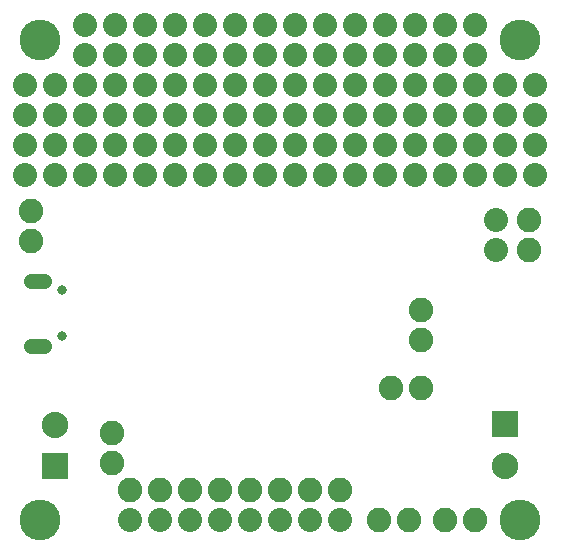
<source format=gbs>
G75*
%MOIN*%
%OFA0B0*%
%FSLAX25Y25*%
%IPPOS*%
%LPD*%
%AMOC8*
5,1,8,0,0,1.08239X$1,22.5*
%
%ADD10C,0.13600*%
%ADD11C,0.08200*%
%ADD12R,0.08800X0.08800*%
%ADD13C,0.08800*%
%ADD14C,0.03162*%
%ADD15C,0.05131*%
%ADD16C,0.08000*%
D10*
X0017867Y0033608D03*
X0017867Y0193608D03*
X0177867Y0193608D03*
X0177867Y0033608D03*
D11*
X0162867Y0033608D03*
X0152867Y0033608D03*
X0140867Y0033608D03*
X0130867Y0033608D03*
X0117867Y0043608D03*
X0107867Y0043608D03*
X0097867Y0043608D03*
X0087867Y0043608D03*
X0077867Y0043608D03*
X0067867Y0043608D03*
X0057867Y0043608D03*
X0047867Y0043608D03*
X0041867Y0052608D03*
X0041867Y0062608D03*
X0014867Y0126608D03*
X0014867Y0136608D03*
X0134867Y0077608D03*
X0144867Y0077608D03*
X0144867Y0093608D03*
X0144867Y0103608D03*
X0180867Y0123608D03*
X0180867Y0133608D03*
D12*
X0172867Y0065608D03*
X0022867Y0051608D03*
D13*
X0022867Y0065387D03*
X0172867Y0051828D03*
D14*
X0025134Y0094930D03*
X0025134Y0110285D03*
D15*
X0019032Y0113533D02*
X0014701Y0113533D01*
X0014701Y0091682D02*
X0019032Y0091682D01*
D16*
X0022867Y0148608D03*
X0032867Y0148608D03*
X0042867Y0148608D03*
X0052867Y0148608D03*
X0062867Y0148608D03*
X0072867Y0148608D03*
X0082867Y0148608D03*
X0082867Y0158608D03*
X0082867Y0168608D03*
X0082867Y0178608D03*
X0082867Y0188608D03*
X0082867Y0198608D03*
X0072867Y0198608D03*
X0072867Y0188608D03*
X0072867Y0178608D03*
X0072867Y0168608D03*
X0072867Y0158608D03*
X0062867Y0158608D03*
X0062867Y0168608D03*
X0062867Y0178608D03*
X0062867Y0188608D03*
X0062867Y0198608D03*
X0052867Y0198608D03*
X0052867Y0188608D03*
X0052867Y0178608D03*
X0052867Y0168608D03*
X0052867Y0158608D03*
X0042867Y0158608D03*
X0042867Y0168608D03*
X0042867Y0178608D03*
X0042867Y0188608D03*
X0042867Y0198608D03*
X0032867Y0198608D03*
X0032867Y0188608D03*
X0032867Y0178608D03*
X0032867Y0168608D03*
X0032867Y0158608D03*
X0022867Y0158608D03*
X0022867Y0168608D03*
X0022867Y0178608D03*
X0012867Y0178608D03*
X0012867Y0168608D03*
X0012867Y0158608D03*
X0012867Y0148608D03*
X0092867Y0148608D03*
X0102867Y0148608D03*
X0112867Y0148608D03*
X0122867Y0148608D03*
X0132867Y0148608D03*
X0142867Y0148608D03*
X0152867Y0148608D03*
X0162867Y0148608D03*
X0172867Y0148608D03*
X0182867Y0148608D03*
X0182867Y0158608D03*
X0182867Y0168608D03*
X0182867Y0178608D03*
X0172867Y0178608D03*
X0172867Y0168608D03*
X0172867Y0158608D03*
X0162867Y0158608D03*
X0162867Y0168608D03*
X0162867Y0178608D03*
X0162867Y0188608D03*
X0162867Y0198608D03*
X0152867Y0198608D03*
X0152867Y0188608D03*
X0152867Y0178608D03*
X0152867Y0168608D03*
X0152867Y0158608D03*
X0142867Y0158608D03*
X0142867Y0168608D03*
X0142867Y0178608D03*
X0142867Y0188608D03*
X0142867Y0198608D03*
X0132867Y0198608D03*
X0132867Y0188608D03*
X0132867Y0178608D03*
X0132867Y0168608D03*
X0132867Y0158608D03*
X0122867Y0158608D03*
X0122867Y0168608D03*
X0122867Y0178608D03*
X0122867Y0188608D03*
X0122867Y0198608D03*
X0112867Y0198608D03*
X0112867Y0188608D03*
X0112867Y0178608D03*
X0112867Y0168608D03*
X0112867Y0158608D03*
X0102867Y0158608D03*
X0102867Y0168608D03*
X0102867Y0178608D03*
X0102867Y0188608D03*
X0102867Y0198608D03*
X0092867Y0198608D03*
X0092867Y0188608D03*
X0092867Y0178608D03*
X0092867Y0168608D03*
X0092867Y0158608D03*
X0169867Y0133608D03*
X0169867Y0123608D03*
X0117867Y0033608D03*
X0107867Y0033608D03*
X0097867Y0033608D03*
X0087867Y0033608D03*
X0077867Y0033608D03*
X0067867Y0033608D03*
X0057867Y0033608D03*
X0047867Y0033608D03*
M02*

</source>
